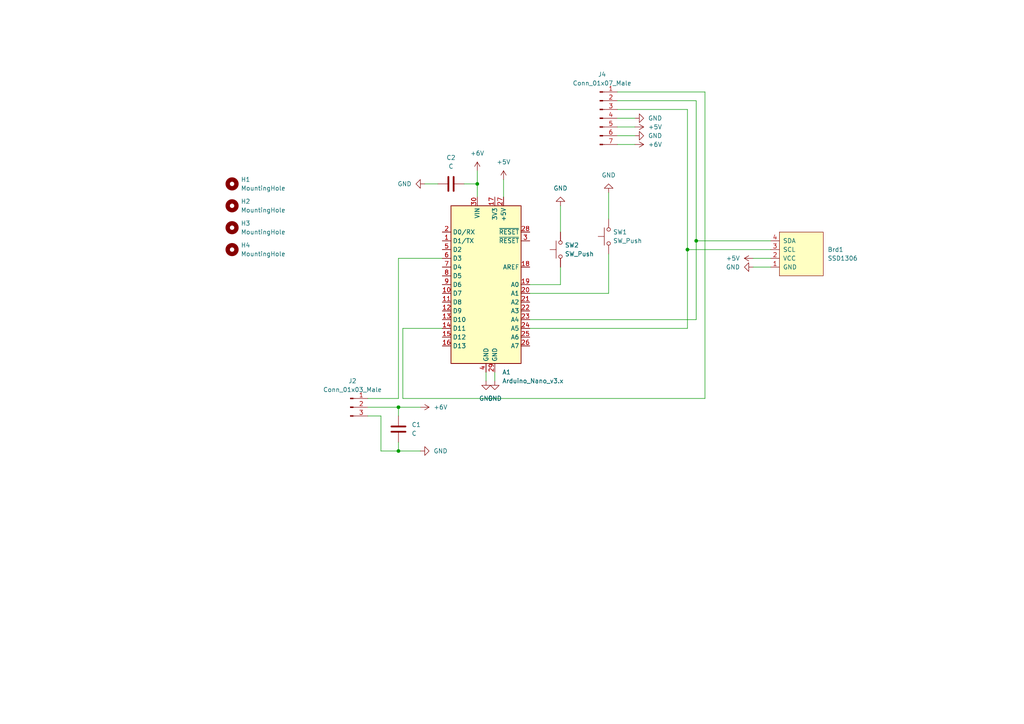
<source format=kicad_sch>
(kicad_sch (version 20250114) (generator "eeschema") (generator_version "9.0")
  (paper "A4")
  (title_block (date "jeu. 02 avril 2015"))
  (lib_symbols
    (symbol "Connector:Conn_01x03_Male" (pin_names (offset 1.016) (hide yes))
      (property "Reference" "J" (at 0 5.08 0))
      (property "Value" "Conn_01x03_Male" (at 0 -5.08 0))
      (symbol "Conn_01x03_Male_1_1"
        (rectangle (start 0.8636 2.667) (end 0 2.413) (stroke (width 0.1524)) (fill (type outline)))
        (rectangle (start 0.8636 0.127) (end 0 -0.127) (stroke (width 0.1524)) (fill (type outline)))
        (rectangle (start 0.8636 -2.413) (end 0 -2.667) (stroke (width 0.1524)) (fill (type outline)))
        (polyline (pts (xy 1.27 2.54) (xy 0.8636 2.54)) (stroke (width 0.1524)))
        (polyline (pts (xy 1.27 0) (xy 0.8636 0)) (stroke (width 0.1524)))
        (polyline (pts (xy 1.27 -2.54) (xy 0.8636 -2.54)) (stroke (width 0.1524)))
        (pin passive line (at 5.08 2.54 180) (length 3.81) (name "Pin_1") (number "1"))
        (pin passive line (at 5.08 0 180) (length 3.81) (name "Pin_2") (number "2"))
        (pin passive line (at 5.08 -2.54 180) (length 3.81) (name "Pin_3") (number "3"))
      )
    )
    (symbol "Connector:Conn_01x07_Male" (pin_names (offset 1.016) (hide yes))
      (property "Reference" "J" (at 0 10.16 0))
      (property "Value" "Conn_01x07_Male" (at 0 -10.16 0))
      (symbol "Conn_01x07_Male_1_1"
        (rectangle (start 0.8636 7.747) (end 0 7.493) (stroke (width 0.1524)) (fill (type outline)))
        (rectangle (start 0.8636 5.207) (end 0 4.953) (stroke (width 0.1524)) (fill (type outline)))
        (rectangle (start 0.8636 2.667) (end 0 2.413) (stroke (width 0.1524)) (fill (type outline)))
        (rectangle (start 0.8636 0.127) (end 0 -0.127) (stroke (width 0.1524)) (fill (type outline)))
        (rectangle (start 0.8636 -2.413) (end 0 -2.667) (stroke (width 0.1524)) (fill (type outline)))
        (rectangle (start 0.8636 -4.953) (end 0 -5.207) (stroke (width 0.1524)) (fill (type outline)))
        (rectangle (start 0.8636 -7.493) (end 0 -7.747) (stroke (width 0.1524)) (fill (type outline)))
        (polyline (pts (xy 1.27 7.62) (xy 0.8636 7.62)) (stroke (width 0.1524)))
        (polyline (pts (xy 1.27 5.08) (xy 0.8636 5.08)) (stroke (width 0.1524)))
        (polyline (pts (xy 1.27 2.54) (xy 0.8636 2.54)) (stroke (width 0.1524)))
        (polyline (pts (xy 1.27 0) (xy 0.8636 0)) (stroke (width 0.1524)))
        (polyline (pts (xy 1.27 -2.54) (xy 0.8636 -2.54)) (stroke (width 0.1524)))
        (polyline (pts (xy 1.27 -5.08) (xy 0.8636 -5.08)) (stroke (width 0.1524)))
        (polyline (pts (xy 1.27 -7.62) (xy 0.8636 -7.62)) (stroke (width 0.1524)))
        (pin passive line (at 5.08 7.62 180) (length 3.81) (name "Pin_1") (number "1"))
        (pin passive line (at 5.08 5.08 180) (length 3.81) (name "Pin_2") (number "2"))
        (pin passive line (at 5.08 2.54 180) (length 3.81) (name "Pin_3") (number "3"))
        (pin passive line (at 5.08 0 180) (length 3.81) (name "Pin_4") (number "4"))
        (pin passive line (at 5.08 -2.54 180) (length 3.81) (name "Pin_5") (number "5"))
        (pin passive line (at 5.08 -5.08 180) (length 3.81) (name "Pin_6") (number "6"))
        (pin passive line (at 5.08 -7.62 180) (length 3.81) (name "Pin_7") (number "7"))
      )
    )
    (symbol "Device:C" (pin_numbers (hide yes)) (pin_names (offset 0.254))
      (property "Reference" "C" (at 0.635 2.54 0))
      (property "Value" "C" (at 0.635 -2.54 0))
      (symbol "C_0_1"
        (polyline (pts (xy -2.032 0.762) (xy 2.032 0.762)) (stroke (width 0.508)))
        (polyline (pts (xy -2.032 -0.762) (xy 2.032 -0.762)) (stroke (width 0.508)))
      )
      (symbol "C_1_1"
        (pin passive line (at 0 3.81 270) (length 2.794) (name "~") (number "1"))
        (pin passive line (at 0 -3.81 90) (length 2.794) (name "~") (number "2"))
      )
    )
    (symbol "MCU_Module:Arduino_Nano_v3.x"
      (property "Reference" "A" (at -10.16 23.495 0))
      (property "Value" "Arduino_Nano_v3.x" (at 5.08 -24.13 0))
      (symbol "Arduino_Nano_v3.x_0_1"
        (rectangle (start -10.16 22.86) (end 10.16 -22.86) (stroke (width 0.254)) (fill (type background)))
      )
      (symbol "Arduino_Nano_v3.x_1_1"
        (pin bidirectional line (at -12.7 15.24 0) (length 2.54) (name "D0/RX") (number "2"))
        (pin bidirectional line (at -12.7 12.7 0) (length 2.54) (name "D1/TX") (number "1"))
        (pin bidirectional line (at -12.7 10.16 0) (length 2.54) (name "D2") (number "5"))
        (pin bidirectional line (at -12.7 7.62 0) (length 2.54) (name "D3") (number "6"))
        (pin bidirectional line (at -12.7 5.08 0) (length 2.54) (name "D4") (number "7"))
        (pin bidirectional line (at -12.7 2.54 0) (length 2.54) (name "D5") (number "8"))
        (pin bidirectional line (at -12.7 0 0) (length 2.54) (name "D6") (number "9"))
        (pin bidirectional line (at -12.7 -2.54 0) (length 2.54) (name "D7") (number "10"))
        (pin bidirectional line (at -12.7 -5.08 0) (length 2.54) (name "D8") (number "11"))
        (pin bidirectional line (at -12.7 -7.62 0) (length 2.54) (name "D9") (number "12"))
        (pin bidirectional line (at -12.7 -10.16 0) (length 2.54) (name "D10") (number "13"))
        (pin bidirectional line (at -12.7 -12.7 0) (length 2.54) (name "D11") (number "14"))
        (pin bidirectional line (at -12.7 -15.24 0) (length 2.54) (name "D12") (number "15"))
        (pin bidirectional line (at -12.7 -17.78 0) (length 2.54) (name "D13") (number "16"))
        (pin power_in line (at -2.54 25.4 270) (length 2.54) (name "VIN") (number "30"))
        (pin power_in line (at 0 -25.4 90) (length 2.54) (name "GND") (number "4"))
        (pin power_out line (at 2.54 25.4 270) (length 2.54) (name "3V3") (number "17"))
        (pin power_in line (at 2.54 -25.4 90) (length 2.54) (name "GND") (number "29"))
        (pin power_out line (at 5.08 25.4 270) (length 2.54) (name "+5V") (number "27"))
        (pin input line (at 12.7 15.24 180) (length 2.54) (name "~{RESET}") (number "28"))
        (pin input line (at 12.7 12.7 180) (length 2.54) (name "~{RESET}") (number "3"))
        (pin input line (at 12.7 5.08 180) (length 2.54) (name "AREF") (number "18"))
        (pin bidirectional line (at 12.7 0 180) (length 2.54) (name "A0") (number "19"))
        (pin bidirectional line (at 12.7 -2.54 180) (length 2.54) (name "A1") (number "20"))
        (pin bidirectional line (at 12.7 -5.08 180) (length 2.54) (name "A2") (number "21"))
        (pin bidirectional line (at 12.7 -7.62 180) (length 2.54) (name "A3") (number "22"))
        (pin bidirectional line (at 12.7 -10.16 180) (length 2.54) (name "A4") (number "23"))
        (pin bidirectional line (at 12.7 -12.7 180) (length 2.54) (name "A5") (number "24"))
        (pin bidirectional line (at 12.7 -15.24 180) (length 2.54) (name "A6") (number "25"))
        (pin bidirectional line (at 12.7 -17.78 180) (length 2.54) (name "A7") (number "26"))
      )
    )
    (symbol "Mechanical:MountingHole" (pin_names (offset 1.016))
      (property "Reference" "H" (at 0 5.08 0))
      (property "Value" "MountingHole" (at 0 3.175 0))
      (symbol "MountingHole_0_1"
        (circle (center 0 0) (radius 1.27) (stroke (width 1.27)))
      )
    )
    (symbol "SSD1306-128x64_OLED:SSD1306" (pin_names (offset 1.016))
      (property "Reference" "Brd" (at 0 -3.81 0))
      (property "Value" "SSD1306" (at 0 -1.27 0))
      (symbol "SSD1306_0_1"
        (rectangle (start -6.35 6.35) (end 6.35 -6.35) (fill (type background)))
      )
      (symbol "SSD1306_1_1"
        (pin input line (at -3.81 8.89 270) (length 2.54) (name "GND") (number "1"))
        (pin input line (at -1.27 8.89 270) (length 2.54) (name "VCC") (number "2"))
        (pin input line (at 1.27 8.89 270) (length 2.54) (name "SCL") (number "3"))
        (pin input line (at 3.81 8.89 270) (length 2.54) (name "SDA") (number "4"))
      )
    )
    (symbol "Switch:SW_Push" (pin_numbers (hide yes)) (pin_names (offset 1.016) (hide yes))
      (property "Reference" "SW" (at 1.27 2.54 0))
      (property "Value" "SW_Push" (at 0 -1.524 0))
      (symbol "SW_Push_0_1"
        (circle (center -2.032 0) (radius 0.508))
        (polyline (pts (xy 0 1.27) (xy 0 3.048)))
        (circle (center 2.032 0) (radius 0.508))
        (polyline (pts (xy 2.54 1.27) (xy -2.54 1.27)))
        (pin passive line (at -5.08 0 0) (length 2.54) (name "1") (number "1"))
        (pin passive line (at 5.08 0 180) (length 2.54) (name "2") (number "2"))
      )
    )
    (symbol "power:+5V" (power) (pin_names (offset 0))
      (property "Value" "+5V" (at 0 3.556 0))
      (symbol "+5V_0_1"
        (polyline (pts (xy -0.762 1.27) (xy 0 2.54)))
        (polyline (pts (xy 0 2.54) (xy 0.762 1.27)))
        (polyline (pts (xy 0 0) (xy 0 2.54)))
      )
      (symbol "+5V_1_1"
        (pin power_in line (at 0 0 90) (length 0) (hide yes) (name "+5V") (number "1"))
      )
    )
    (symbol "power:+6V" (power) (pin_names (offset 0))
      (property "Value" "+6V" (at 0 3.556 0))
      (symbol "+6V_0_1"
        (polyline (pts (xy -0.762 1.27) (xy 0 2.54)))
        (polyline (pts (xy 0 2.54) (xy 0.762 1.27)))
        (polyline (pts (xy 0 0) (xy 0 2.54)))
      )
      (symbol "+6V_1_1"
        (pin power_in line (at 0 0 90) (length 0) (hide yes) (name "+6V") (number "1"))
      )
    )
    (symbol "power:GND" (power) (pin_names (offset 0))
      (property "Value" "GND" (at 0 -3.81 0))
      (symbol "GND_0_1"
        (polyline (pts (xy 0 0) (xy 0 -1.27) (xy 1.27 -1.27) (xy 0 -2.54) (xy -1.27 -1.27) (xy 0 -1.27)))
      )
      (symbol "GND_1_1"
        (pin power_in line (at 0 0 270) (length 0) (hide yes) (name "GND") (number "1"))
      )
    )
  )
  (junction (at 115.57 118.11))
  (junction (at 138.43 53.34))
  (junction (at 199.39 72.39))
  (junction (at 115.57 130.81))
  (junction (at 201.93 69.85))
  (wire (pts (xy 153.67 82.55) (xy 162.56 82.55)))
  (wire (pts (xy 153.67 85.09) (xy 176.53 85.09)))
  (wire (pts (xy 110.49 130.81) (xy 110.49 120.65)))
  (wire (pts (xy 115.57 74.93) (xy 128.27 74.93)))
  (wire (pts (xy 162.56 77.47) (xy 162.56 82.55)))
  (wire (pts (xy 116.84 115.57) (xy 204.47 115.57)))
  (wire (pts (xy 140.97 107.95) (xy 140.97 110.49)))
  (wire (pts (xy 179.07 34.29) (xy 184.15 34.29)))
  (wire (pts (xy 115.57 118.11) (xy 121.92 118.11)))
  (wire (pts (xy 179.07 41.91) (xy 184.15 41.91)))
  (wire (pts (xy 179.07 26.67) (xy 204.47 26.67)))
  (wire (pts (xy 116.84 95.25) (xy 116.84 115.57)))
  (wire (pts (xy 110.49 130.81) (xy 115.57 130.81)))
  (wire (pts (xy 115.57 74.93) (xy 115.57 115.57)))
  (wire (pts (xy 143.51 107.95) (xy 143.51 110.49)))
  (wire (pts (xy 115.57 130.81) (xy 121.92 130.81)))
  (wire (pts (xy 128.27 95.25) (xy 116.84 95.25)))
  (wire (pts (xy 123.19 53.34) (xy 127 53.34)))
  (wire (pts (xy 153.67 92.71) (xy 201.93 92.71)))
  (wire (pts (xy 138.43 49.53) (xy 138.43 53.34)))
  (wire (pts (xy 162.56 59.69) (xy 162.56 67.31)))
  (wire (pts (xy 146.05 52.07) (xy 146.05 57.15)))
  (wire (pts (xy 201.93 69.85) (xy 223.52 69.85)))
  (wire (pts (xy 115.57 128.27) (xy 115.57 130.81)))
  (wire (pts (xy 115.57 118.11) (xy 115.57 120.65)))
  (wire (pts (xy 153.67 95.25) (xy 199.39 95.25)))
  (wire (pts (xy 179.07 31.75) (xy 199.39 31.75)))
  (wire (pts (xy 201.93 69.85) (xy 201.93 29.21)))
  (wire (pts (xy 176.53 73.66) (xy 176.53 85.09)))
  (wire (pts (xy 138.43 53.34) (xy 138.43 57.15)))
  (wire (pts (xy 110.49 120.65) (xy 106.68 120.65)))
  (wire (pts (xy 179.07 29.21) (xy 201.93 29.21)))
  (wire (pts (xy 218.44 77.47) (xy 223.52 77.47)))
  (wire (pts (xy 218.44 74.93) (xy 223.52 74.93)))
  (wire (pts (xy 199.39 72.39) (xy 199.39 95.25)))
  (wire (pts (xy 176.53 55.88) (xy 176.53 63.5)))
  (wire (pts (xy 106.68 118.11) (xy 115.57 118.11)))
  (wire (pts (xy 201.93 69.85) (xy 201.93 92.71)))
  (wire (pts (xy 134.62 53.34) (xy 138.43 53.34)))
  (wire (pts (xy 204.47 115.57) (xy 204.47 26.67)))
  (wire (pts (xy 179.07 36.83) (xy 184.15 36.83)))
  (wire (pts (xy 115.57 115.57) (xy 106.68 115.57)))
  (wire (pts (xy 199.39 72.39) (xy 199.39 31.75)))
  (wire (pts (xy 179.07 39.37) (xy 184.15 39.37)))
  (wire (pts (xy 199.39 72.39) (xy 223.52 72.39)))
  (symbol (lib_id "SSD1306-128x64_OLED:SSD1306") (at 232.41 73.66 90) (unit 1)
    (property "Reference" "Brd1" (at 240.03 72.3899 90) (effects (justify right)))
    (property "Value" "SSD1306" (at 240.03 74.9299 90) (effects (justify right)))
    (property "Footprint" "SSD1305:128x64OLED" (effects (hide yes)))
  )
  (symbol (lib_id "power:GND") (at 121.92 130.81 90) (unit 1)
    (property "Reference" "#PWR06" (effects (hide yes)))
    (property "Value" "GND" (at 125.73 130.8099 90) (effects (justify right)))
    (property "Description" "Power symbol creates a global label with name \"GND\" , ground" (effects (hide yes)))
  )
  (symbol (lib_id "power:+5V") (at 146.05 52.07 0) (unit 1)
    (property "Reference" "#PWR01" (effects (hide yes)))
    (property "Value" "+5V" (at 146.05 46.99 0))
    (property "Description" "Power symbol creates a global label with name \"+5V\"" (effects (hide yes)))
  )
  (symbol (lib_id "Connector:Conn_01x03_Male") (at 101.6 118.11 0) (unit 1)
    (property "Reference" "J2" (at 102.235 110.49 0))
    (property "Value" "Conn_01x03_Male" (at 102.235 113.03 0))
    (property "Footprint" "Connector_PinHeader_2.54mm:PinHeader_1x03_P2.54mm_Vertical" (effects (hide yes)))
    (property "Description" "Generic connector, single row, 01x03, script generated (kicad-library-utils/schlib/autogen/connector/)" (effects (hide yes)))
  )
  (symbol (lib_id "Connector:Conn_01x07_Male") (at 173.99 34.29 0) (unit 1)
    (property "Reference" "J4" (at 174.625 21.59 0))
    (property "Value" "Conn_01x07_Male" (at 174.625 24.13 0))
    (property "Footprint" "Connector_PinHeader_2.54mm:PinHeader_1x07_P2.54mm_Vertical" (effects (hide yes)))
    (property "Description" "Generic connector, single row, 01x07, script generated (kicad-library-utils/schlib/autogen/connector/)" (effects (hide yes)))
  )
  (symbol (lib_id "power:+6V") (at 184.15 41.91 270) (unit 1)
    (property "Reference" "#PWR017" (effects (hide yes)))
    (property "Value" "+6V" (at 187.96 41.9099 90) (effects (justify left)))
    (property "Description" "Power symbol creates a global label with name \"+6V\"" (effects (hide yes)))
  )
  (symbol (lib_id "MCU_Module:Arduino_Nano_v3.x") (at 140.97 82.55 0) (unit 1)
    (property "Reference" "A1" (at 145.6533 107.95 0) (effects (justify left)))
    (property "Value" "Arduino_Nano_v3.x" (at 145.6533 110.49 0) (effects (justify left)))
    (property "Footprint" "Module:Arduino_Nano" (effects (hide yes)))
    (property "Datasheet" "http://www.mouser.com/pdfdocs/Gravitech_Arduino_Nano3_0.pdf" (effects (hide yes)))
    (property "Description" "Arduino Nano v3.x" (effects (hide yes)))
  )
  (symbol (lib_id "Mechanical:MountingHole") (at 67.31 66.04 0) (unit 1)
    (property "Reference" "H3" (at 69.85 64.7699 0) (effects (justify left)))
    (property "Value" "MountingHole" (at 69.85 67.3099 0) (effects (justify left)))
    (property "Footprint" "MountingHole:MountingHole_2.2mm_M2" (effects (hide yes)))
    (property "Description" "Mounting Hole without connection" (effects (hide yes)))
  )
  (symbol (lib_id "power:+5V") (at 184.15 36.83 270) (unit 1)
    (property "Reference" "#PWR016" (effects (hide yes)))
    (property "Value" "+5V" (at 187.96 36.8299 90) (effects (justify left)))
    (property "Description" "Power symbol creates a global label with name \"+5V\"" (effects (hide yes)))
  )
  (symbol (lib_id "power:GND") (at 218.44 77.47 270) (unit 1)
    (property "Reference" "#PWR013" (effects (hide yes)))
    (property "Value" "GND" (at 214.63 77.4699 90) (effects (justify right)))
    (property "Description" "Power symbol creates a global label with name \"GND\" , ground" (effects (hide yes)))
  )
  (symbol (lib_id "power:GND") (at 143.51 110.49 0) (unit 1)
    (property "Reference" "#PWR03" (effects (hide yes)))
    (property "Value" "GND" (at 143.51 115.57 0))
    (property "Description" "Power symbol creates a global label with name \"GND\" , ground" (effects (hide yes)))
  )
  (symbol (lib_id "power:+6V") (at 121.92 118.11 270) (unit 1)
    (property "Reference" "#PWR07" (effects (hide yes)))
    (property "Value" "+6V" (at 125.73 118.1099 90) (effects (justify left)))
    (property "Description" "Power symbol creates a global label with name \"+6V\"" (effects (hide yes)))
  )
  (symbol (lib_id "Switch:SW_Push") (at 176.53 68.58 90) (unit 1)
    (property "Reference" "SW1" (at 177.8 67.3099 90) (effects (justify right)))
    (property "Value" "SW_Push" (at 177.8 69.8499 90) (effects (justify right)))
    (property "Footprint" "Button_Switch_THT:SW_PUSH_6mm_H4.3mm" (effects (hide yes)))
    (property "Description" "Push button switch, generic, two pins" (effects (hide yes)))
  )
  (symbol (lib_id "Mechanical:MountingHole") (at 67.31 72.39 0) (unit 1)
    (property "Reference" "H4" (at 69.85 71.1199 0) (effects (justify left)))
    (property "Value" "MountingHole" (at 69.85 73.6599 0) (effects (justify left)))
    (property "Footprint" "MountingHole:MountingHole_2.2mm_M2" (effects (hide yes)))
    (property "Description" "Mounting Hole without connection" (effects (hide yes)))
  )
  (symbol (lib_id "power:GND") (at 184.15 39.37 90) (unit 1)
    (property "Reference" "#PWR015" (effects (hide yes)))
    (property "Value" "GND" (at 187.96 39.3699 90) (effects (justify right)))
    (property "Description" "Power symbol creates a global label with name \"GND\" , ground" (effects (hide yes)))
  )
  (symbol (lib_id "power:GND") (at 176.53 55.88 180) (unit 1)
    (property "Reference" "#PWR05" (effects (hide yes)))
    (property "Value" "GND" (at 176.53 50.8 0))
    (property "Description" "Power symbol creates a global label with name \"GND\" , ground" (effects (hide yes)))
  )
  (symbol (lib_id "Switch:SW_Push") (at 162.56 72.39 90) (unit 1)
    (property "Reference" "SW2" (at 163.83 71.1199 90) (effects (justify right)))
    (property "Value" "SW_Push" (at 163.83 73.6599 90) (effects (justify right)))
    (property "Footprint" "Button_Switch_THT:SW_PUSH_6mm_H4.3mm" (effects (hide yes)))
    (property "Description" "Push button switch, generic, two pins" (effects (hide yes)))
  )
  (symbol (lib_id "power:GND") (at 140.97 110.49 0) (unit 1)
    (property "Reference" "#PWR02" (effects (hide yes)))
    (property "Value" "GND" (at 140.97 115.57 0))
    (property "Description" "Power symbol creates a global label with name \"GND\" , ground" (effects (hide yes)))
  )
  (symbol (lib_id "power:GND") (at 123.19 53.34 270) (unit 1)
    (property "Reference" "#PWR04" (effects (hide yes)))
    (property "Value" "GND" (at 119.38 53.3399 90) (effects (justify right)))
    (property "Description" "Power symbol creates a global label with name \"GND\" , ground" (effects (hide yes)))
  )
  (symbol (lib_id "Mechanical:MountingHole") (at 67.31 53.34 0) (unit 1)
    (property "Reference" "H1" (at 69.85 52.0699 0) (effects (justify left)))
    (property "Value" "MountingHole" (at 69.85 54.6099 0) (effects (justify left)))
    (property "Footprint" "MountingHole:MountingHole_2.2mm_M2" (effects (hide yes)))
    (property "Description" "Mounting Hole without connection" (effects (hide yes)))
  )
  (symbol (lib_id "Device:C") (at 130.81 53.34 270) (unit 1)
    (property "Reference" "C2" (at 130.81 45.72 90))
    (property "Value" "C" (at 130.81 48.26 90))
    (property "Footprint" "Capacitor_THT:CP_Radial_D10.0mm_P2.50mm" (effects (hide yes)))
    (property "Description" "Unpolarized capacitor" (effects (hide yes)))
  )
  (symbol (lib_id "power:GND") (at 184.15 34.29 90) (unit 1)
    (property "Reference" "#PWR014" (effects (hide yes)))
    (property "Value" "GND" (at 187.96 34.2899 90) (effects (justify right)))
    (property "Description" "Power symbol creates a global label with name \"GND\" , ground" (effects (hide yes)))
  )
  (symbol (lib_id "Mechanical:MountingHole") (at 67.31 59.69 0) (unit 1)
    (property "Reference" "H2" (at 69.85 58.4199 0) (effects (justify left)))
    (property "Value" "MountingHole" (at 69.85 60.9599 0) (effects (justify left)))
    (property "Footprint" "MountingHole:MountingHole_2.2mm_M2" (effects (hide yes)))
    (property "Description" "Mounting Hole without connection" (effects (hide yes)))
  )
  (symbol (lib_id "power:+6V") (at 138.43 49.53 0) (unit 1)
    (property "Reference" "#PWR09" (effects (hide yes)))
    (property "Value" "+6V" (at 138.43 44.45 0))
    (property "Description" "Power symbol creates a global label with name \"+6V\"" (effects (hide yes)))
  )
  (symbol (lib_id "power:GND") (at 162.56 59.69 180) (unit 1)
    (property "Reference" "#PWR08" (effects (hide yes)))
    (property "Value" "GND" (at 162.56 54.61 0))
    (property "Description" "Power symbol creates a global label with name \"GND\" , ground" (effects (hide yes)))
  )
  (symbol (lib_id "Device:C") (at 115.57 124.46 0) (unit 1)
    (property "Reference" "C1" (at 119.38 123.1899 0) (effects (justify left)))
    (property "Value" "C" (at 119.38 125.7299 0) (effects (justify left)))
    (property "Footprint" "Capacitor_THT:CP_Radial_D10.0mm_P2.50mm" (effects (hide yes)))
    (property "Description" "Unpolarized capacitor" (effects (hide yes)))
  )
  (symbol (lib_id "power:+5V") (at 218.44 74.93 90) (unit 1)
    (property "Reference" "#PWR012" (effects (hide yes)))
    (property "Value" "+5V" (at 214.63 74.9299 90) (effects (justify left)))
    (property "Description" "Power symbol creates a global label with name \"+5V\"" (effects (hide yes)))
  )
)
</source>
